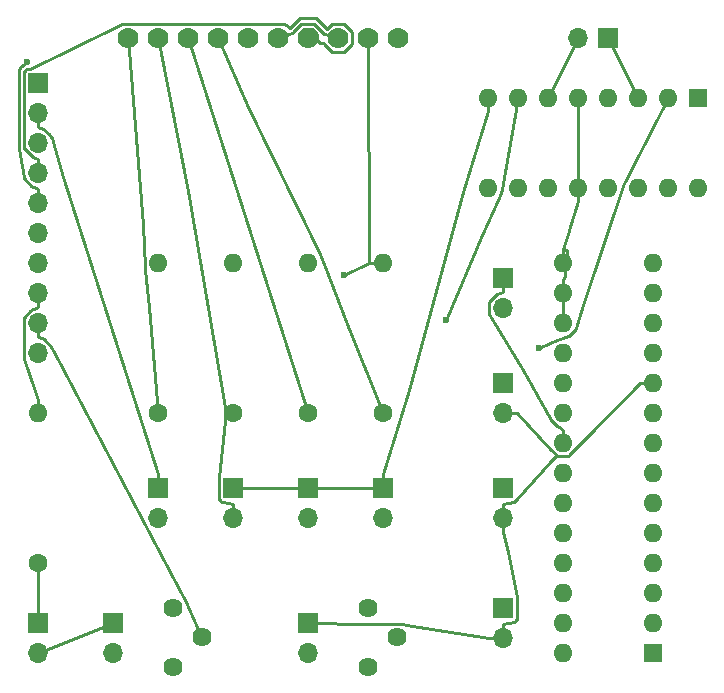
<source format=gbr>
G04 #@! TF.FileFunction,Copper,L1,Top,Signal*
%FSLAX46Y46*%
G04 Gerber Fmt 4.6, Leading zero omitted, Abs format (unit mm)*
G04 Created by KiCad (PCBNEW 4.0.6) date Fri Jul  7 17:37:52 2017*
%MOMM*%
%LPD*%
G01*
G04 APERTURE LIST*
%ADD10C,0.100000*%
%ADD11C,1.778000*%
%ADD12R,1.700000X1.700000*%
%ADD13O,1.700000X1.700000*%
%ADD14C,1.600000*%
%ADD15O,1.600000X1.600000*%
%ADD16C,1.620000*%
%ADD17R,1.600000X1.600000*%
%ADD18C,0.600000*%
%ADD19C,0.250000*%
G04 APERTURE END LIST*
D10*
D11*
X45720000Y-15240000D03*
X43180000Y-15240000D03*
X40640000Y-15240000D03*
X38100000Y-15240000D03*
X35560000Y-15240000D03*
X33020000Y-15240000D03*
X30480000Y-15240000D03*
X27940000Y-15240000D03*
X25400000Y-15240000D03*
X22860000Y-15240000D03*
D12*
X15240000Y-19050000D03*
D13*
X15240000Y-21590000D03*
X15240000Y-24130000D03*
X15240000Y-26670000D03*
X15240000Y-29210000D03*
X15240000Y-31750000D03*
X15240000Y-34290000D03*
X15240000Y-36830000D03*
X15240000Y-39370000D03*
X15240000Y-41910000D03*
D12*
X15240000Y-64770000D03*
D13*
X15240000Y-67310000D03*
D12*
X63500000Y-15240000D03*
D13*
X60960000Y-15240000D03*
D12*
X21590000Y-64770000D03*
D13*
X21590000Y-67310000D03*
D12*
X38100000Y-64770000D03*
D13*
X38100000Y-67310000D03*
D14*
X44450000Y-46990000D03*
D15*
X44450000Y-34290000D03*
D14*
X38100000Y-46990000D03*
D15*
X38100000Y-34290000D03*
D14*
X31750000Y-46990000D03*
D15*
X31750000Y-34290000D03*
D14*
X25400000Y-46990000D03*
D15*
X25400000Y-34290000D03*
D14*
X15240000Y-59690000D03*
D15*
X15240000Y-46990000D03*
D16*
X26670000Y-68500000D03*
X29170000Y-66000000D03*
X26670000Y-63500000D03*
X43180000Y-68500000D03*
X45680000Y-66000000D03*
X43180000Y-63500000D03*
D12*
X44450000Y-53340000D03*
D13*
X44450000Y-55880000D03*
D12*
X38100000Y-53340000D03*
D13*
X38100000Y-55880000D03*
D12*
X31750000Y-53340000D03*
D13*
X31750000Y-55880000D03*
D12*
X25400000Y-53340000D03*
D13*
X25400000Y-55880000D03*
D12*
X54610000Y-35560000D03*
D13*
X54610000Y-38100000D03*
D12*
X54610000Y-44450000D03*
D13*
X54610000Y-46990000D03*
D12*
X54610000Y-53340000D03*
D13*
X54610000Y-55880000D03*
D12*
X54610000Y-63500000D03*
D13*
X54610000Y-66040000D03*
D17*
X71120000Y-20320000D03*
D15*
X53340000Y-27940000D03*
X68580000Y-20320000D03*
X55880000Y-27940000D03*
X66040000Y-20320000D03*
X58420000Y-27940000D03*
X63500000Y-20320000D03*
X60960000Y-27940000D03*
X60960000Y-20320000D03*
X63500000Y-27940000D03*
X58420000Y-20320000D03*
X66040000Y-27940000D03*
X55880000Y-20320000D03*
X68580000Y-27940000D03*
X53340000Y-20320000D03*
X71120000Y-27940000D03*
D17*
X67310000Y-67310000D03*
D15*
X59690000Y-34290000D03*
X67310000Y-64770000D03*
X59690000Y-36830000D03*
X67310000Y-62230000D03*
X59690000Y-39370000D03*
X67310000Y-59690000D03*
X59690000Y-41910000D03*
X67310000Y-57150000D03*
X59690000Y-44450000D03*
X67310000Y-54610000D03*
X59690000Y-46990000D03*
X67310000Y-52070000D03*
X59690000Y-49530000D03*
X67310000Y-49530000D03*
X59690000Y-52070000D03*
X67310000Y-46990000D03*
X59690000Y-54610000D03*
X67310000Y-44450000D03*
X59690000Y-57150000D03*
X67310000Y-41910000D03*
X59690000Y-59690000D03*
X67310000Y-39370000D03*
X59690000Y-62230000D03*
X67310000Y-36830000D03*
X59690000Y-64770000D03*
X67310000Y-34290000D03*
X59690000Y-67310000D03*
D18*
X41187700Y-35318600D03*
X14321600Y-17241300D03*
X49792700Y-39108900D03*
X57650800Y-41503200D03*
D19*
X15240000Y-59690000D02*
X15240000Y-64770000D01*
X60960000Y-20320000D02*
X60960000Y-27940000D01*
X15240000Y-67310000D02*
X21590000Y-64770000D01*
X59690000Y-36830000D02*
X59690000Y-35704700D01*
X59690000Y-34290000D02*
X59690000Y-33164700D01*
X60960000Y-27940000D02*
X60960000Y-29065300D01*
X59836300Y-35416400D02*
X59690000Y-35704700D01*
X60066200Y-33195300D02*
X59836300Y-35416400D01*
X59723000Y-33079300D02*
X60066200Y-33195300D01*
X60235000Y-31565000D02*
X59723000Y-33079300D01*
X60241200Y-31534000D02*
X60235000Y-31565000D01*
X60960000Y-29065300D02*
X60241200Y-31534000D01*
X59723000Y-33079300D02*
X59690000Y-33164700D01*
X55561300Y-64667900D02*
X54610000Y-64864700D01*
X55596800Y-64655000D02*
X55561300Y-64667900D01*
X55624500Y-64641100D02*
X55596800Y-64655000D01*
X55663400Y-64609200D02*
X55624500Y-64641100D01*
X55736500Y-64534200D02*
X55663400Y-64609200D01*
X55758500Y-64501300D02*
X55736500Y-64534200D01*
X55776800Y-64457000D02*
X55758500Y-64501300D01*
X55785300Y-64414400D02*
X55776800Y-64457000D01*
X55785300Y-62574700D02*
X55785300Y-64414400D01*
X55024400Y-58752100D02*
X55785300Y-62574700D01*
X54610000Y-57055300D02*
X55024400Y-58752100D01*
X46430600Y-64915200D02*
X53434700Y-66040000D01*
X46135800Y-64874700D02*
X46430600Y-64915200D01*
X46085600Y-64864700D02*
X46135800Y-64874700D01*
X41731400Y-64864700D02*
X46085600Y-64864700D01*
X39275300Y-64770000D02*
X41731400Y-64864700D01*
X38100000Y-64770000D02*
X39275300Y-64770000D01*
X54610000Y-66040000D02*
X53434700Y-66040000D01*
X54610000Y-66040000D02*
X54610000Y-64864700D01*
X54610000Y-56467600D02*
X54610000Y-57055300D01*
X43264700Y-34305300D02*
X43264800Y-34305400D01*
X43180000Y-15240000D02*
X43264700Y-34305300D01*
X43264900Y-34305400D02*
X43264800Y-34305400D01*
X43321000Y-34294000D02*
X43264900Y-34305400D01*
X43324700Y-34290000D02*
X43321000Y-34294000D01*
X44450000Y-34290000D02*
X43324700Y-34290000D01*
X59690000Y-39370000D02*
X59690000Y-36830000D01*
X43264800Y-34305400D02*
X41187700Y-35318600D01*
X54610000Y-55880000D02*
X54610000Y-56467600D01*
X54610000Y-46990000D02*
X55785300Y-46990000D01*
X67310000Y-44450000D02*
X66184700Y-44450000D01*
X54610000Y-55880000D02*
X54610000Y-54704700D01*
X59174600Y-50605900D02*
X59145700Y-50582500D01*
X59217700Y-50634700D02*
X59174600Y-50605900D01*
X59248900Y-50647600D02*
X59217700Y-50634700D01*
X59287600Y-50655300D02*
X59248900Y-50647600D01*
X60090700Y-50655300D02*
X59287600Y-50655300D01*
X60123300Y-50649300D02*
X60090700Y-50655300D01*
X60159400Y-50635500D02*
X60123300Y-50649300D01*
X60189300Y-50617300D02*
X60159400Y-50635500D01*
X60216500Y-50597000D02*
X60189300Y-50617300D01*
X61844900Y-48981200D02*
X60216500Y-50597000D01*
X66184700Y-44450000D02*
X61844900Y-48981200D01*
X56698500Y-48012400D02*
X55785300Y-46990000D01*
X58658400Y-50092400D02*
X56698500Y-48012400D01*
X59145600Y-50582400D02*
X58658400Y-50092400D01*
X59145700Y-50582500D02*
X59145600Y-50582400D01*
X58716400Y-51082600D02*
X59145700Y-50582500D01*
X55704600Y-54408700D02*
X58716400Y-51082600D01*
X55647300Y-54462500D02*
X55704600Y-54408700D01*
X55616500Y-54485700D02*
X55647300Y-54462500D01*
X55575400Y-54504600D02*
X55616500Y-54485700D01*
X55012200Y-54627900D02*
X55575400Y-54504600D01*
X54610000Y-54704700D02*
X55012200Y-54627900D01*
X53340000Y-20320000D02*
X53340000Y-21445300D01*
X15710900Y-22963800D02*
X15240000Y-22765300D01*
X15760700Y-22993100D02*
X15710900Y-22963800D01*
X15794300Y-23018900D02*
X15760700Y-22993100D01*
X16188000Y-23407100D02*
X15794300Y-23018900D01*
X16369400Y-23597500D02*
X16188000Y-23407100D01*
X16388400Y-23628800D02*
X16369400Y-23597500D01*
X16400300Y-23653600D02*
X16388400Y-23628800D01*
X16520500Y-24022300D02*
X16400300Y-23653600D01*
X17349600Y-27007200D02*
X16520500Y-24022300D01*
X25400000Y-52164700D02*
X17349600Y-27007200D01*
X46687300Y-45030100D02*
X44450000Y-52164700D01*
X51197900Y-28276400D02*
X46687300Y-45030100D01*
X53340000Y-21445300D02*
X51197900Y-28276400D01*
X44450000Y-53340000D02*
X44450000Y-52164700D01*
X38100000Y-53340000D02*
X44450000Y-53340000D01*
X38100000Y-53340000D02*
X31750000Y-53340000D01*
X25400000Y-53340000D02*
X25400000Y-52164700D01*
X15240000Y-21590000D02*
X15240000Y-22765300D01*
X15240000Y-26670000D02*
X15240000Y-25494700D01*
X14997700Y-25396000D02*
X15240000Y-25494700D01*
X14782200Y-25300600D02*
X14997700Y-25396000D01*
X14726400Y-25271900D02*
X14782200Y-25300600D01*
X14701400Y-25253600D02*
X14726400Y-25271900D01*
X14111800Y-24664000D02*
X14701400Y-25253600D01*
X14089000Y-24629800D02*
X14111800Y-24664000D01*
X14070800Y-24586100D02*
X14089000Y-24629800D01*
X14064700Y-24555200D02*
X14070800Y-24586100D01*
X14064700Y-18135100D02*
X14064700Y-24555200D01*
X14073200Y-18092600D02*
X14064700Y-18135100D01*
X14092100Y-18046800D02*
X14073200Y-18092600D01*
X14110300Y-18019600D02*
X14092100Y-18046800D01*
X14211100Y-17918800D02*
X14110300Y-18019600D01*
X14243100Y-17897400D02*
X14211100Y-17918800D01*
X14256700Y-17891800D02*
X14243100Y-17897400D01*
X14313000Y-17874700D02*
X14256700Y-17891800D01*
X14370200Y-17874700D02*
X14313000Y-17874700D01*
X14520000Y-17865900D02*
X14370200Y-17874700D01*
X14564500Y-17855500D02*
X14520000Y-17865900D01*
X22157700Y-14147900D02*
X14564500Y-17855500D01*
X22350600Y-14046900D02*
X22157700Y-14147900D01*
X22393900Y-14031500D02*
X22350600Y-14046900D01*
X22427900Y-14025700D02*
X22393900Y-14031500D01*
X35999900Y-14025700D02*
X22427900Y-14025700D01*
X36029500Y-14031600D02*
X35999900Y-14025700D01*
X36077500Y-14051500D02*
X36029500Y-14031600D01*
X36207500Y-14132800D02*
X36077500Y-14051500D01*
X36614700Y-14371100D02*
X36207500Y-14132800D01*
X36699100Y-14286700D02*
X36614700Y-14371100D01*
X37410400Y-13575400D02*
X36699100Y-14286700D01*
X37783600Y-13575400D02*
X37410400Y-13575400D01*
X38789700Y-13575400D02*
X37783600Y-13575400D01*
X39053400Y-13839100D02*
X38789700Y-13575400D01*
X39688500Y-14474200D02*
X39053400Y-13839100D01*
X40137000Y-14025700D02*
X39688500Y-14474200D01*
X41143100Y-14025700D02*
X40137000Y-14025700D01*
X41854300Y-14736900D02*
X41143100Y-14025700D01*
X41854300Y-15743100D02*
X41854300Y-14736900D01*
X41143100Y-16454300D02*
X41854300Y-15743100D01*
X40137000Y-16454300D02*
X41143100Y-16454300D01*
X39425700Y-15743000D02*
X40137000Y-16454300D01*
X39425700Y-15690300D02*
X39425700Y-15743000D01*
X39127700Y-15690300D02*
X39425700Y-15690300D01*
X38864000Y-15426600D02*
X39127700Y-15690300D01*
X38864000Y-14923500D02*
X38864000Y-15426600D01*
X38416500Y-14476000D02*
X38864000Y-14923500D01*
X37783600Y-14476000D02*
X38416500Y-14476000D01*
X37418400Y-14841200D02*
X37783600Y-14476000D01*
X38100000Y-15240000D02*
X37418400Y-14841200D01*
X13966600Y-17530500D02*
X14321600Y-17241300D01*
X13936300Y-17556800D02*
X13966600Y-17530500D01*
X13878200Y-17614900D02*
X13936300Y-17556800D01*
X13878100Y-17614900D02*
X13878200Y-17614900D01*
X13754300Y-17738700D02*
X13878100Y-17614900D01*
X13684700Y-17842800D02*
X13754300Y-17738700D01*
X13654300Y-17916200D02*
X13684700Y-17842800D01*
X13638800Y-17967300D02*
X13654300Y-17916200D01*
X13614400Y-18090000D02*
X13638800Y-17967300D01*
X13614400Y-24592600D02*
X13614400Y-18090000D01*
X13619500Y-24644200D02*
X13614400Y-24592600D01*
X13869500Y-26084400D02*
X13619500Y-24644200D01*
X14060300Y-27043100D02*
X13869500Y-26084400D01*
X14064600Y-27086600D02*
X14060300Y-27043100D01*
X14073100Y-27129100D02*
X14064600Y-27086600D01*
X14092400Y-27175600D02*
X14073100Y-27129100D01*
X14110800Y-27203400D02*
X14092400Y-27175600D01*
X14683100Y-27779000D02*
X14110800Y-27203400D01*
X14721900Y-27808900D02*
X14683100Y-27779000D01*
X14752700Y-27826800D02*
X14721900Y-27808900D01*
X14883800Y-27886500D02*
X14752700Y-27826800D01*
X15240000Y-28034700D02*
X14883800Y-27886500D01*
X15240000Y-29210000D02*
X15240000Y-28034700D01*
X40081300Y-15085200D02*
X40640000Y-15240000D01*
X39547500Y-14923200D02*
X40081300Y-15085200D01*
X39480800Y-14895600D02*
X39547500Y-14923200D01*
X39457200Y-14879800D02*
X39480800Y-14895600D01*
X38646100Y-14068700D02*
X39457200Y-14879800D01*
X38620200Y-14051400D02*
X38646100Y-14068700D01*
X38577200Y-14033600D02*
X38620200Y-14051400D01*
X38537600Y-14025700D02*
X38577200Y-14033600D01*
X37660200Y-14025700D02*
X38537600Y-14025700D01*
X37629200Y-14031900D02*
X37660200Y-14025700D01*
X37583800Y-14050700D02*
X37629200Y-14031900D01*
X37548300Y-14074400D02*
X37583800Y-14050700D01*
X36854200Y-14768500D02*
X37548300Y-14074400D01*
X36829900Y-14786500D02*
X36854200Y-14768500D01*
X36790500Y-14807600D02*
X36829900Y-14786500D01*
X35845000Y-15145800D02*
X36790500Y-14807600D01*
X35560000Y-15240000D02*
X35845000Y-15145800D01*
X54510300Y-28021100D02*
X55880000Y-20320000D01*
X54465000Y-28338700D02*
X54510300Y-28021100D01*
X54454600Y-28386600D02*
X54465000Y-28338700D01*
X54195000Y-28993400D02*
X54454600Y-28386600D01*
X52841000Y-31936300D02*
X54195000Y-28993400D01*
X49792700Y-39108900D02*
X52841000Y-31936300D01*
X14873200Y-38158500D02*
X15240000Y-38005300D01*
X14734000Y-38222100D02*
X14873200Y-38158500D01*
X14699800Y-38248700D02*
X14734000Y-38222100D01*
X14699600Y-38248900D02*
X14699800Y-38248700D01*
X14579400Y-38362700D02*
X14699600Y-38248900D01*
X14107300Y-38840400D02*
X14579400Y-38362700D01*
X14080500Y-38890500D02*
X14107300Y-38840400D01*
X14072800Y-38909200D02*
X14080500Y-38890500D01*
X14064700Y-38949800D02*
X14072800Y-38909200D01*
X14064700Y-42334200D02*
X14064700Y-38949800D01*
X14087900Y-42417900D02*
X14064700Y-42334200D01*
X14874500Y-44867700D02*
X14087900Y-42417900D01*
X15240000Y-45864700D02*
X14874500Y-44867700D01*
X15240000Y-46990000D02*
X15240000Y-45864700D01*
X15240000Y-36830000D02*
X15240000Y-38005300D01*
X58589200Y-41074000D02*
X57650800Y-41503200D01*
X59224800Y-40803900D02*
X58589200Y-41074000D01*
X59736000Y-40618100D02*
X59224800Y-40803900D01*
X60122200Y-40489300D02*
X59736000Y-40618100D01*
X60170300Y-40469400D02*
X60122200Y-40489300D01*
X60206000Y-40445500D02*
X60170300Y-40469400D01*
X60769200Y-39882300D02*
X60206000Y-40445500D01*
X60787100Y-39855600D02*
X60769200Y-39882300D01*
X60806500Y-39808700D02*
X60787100Y-39855600D01*
X61401300Y-37850200D02*
X60806500Y-39808700D01*
X64900400Y-27564700D02*
X61401300Y-37850200D01*
X64933200Y-27477000D02*
X64900400Y-27564700D01*
X65530300Y-26231000D02*
X64933200Y-27477000D01*
X68580000Y-20320000D02*
X65530300Y-26231000D01*
X15574800Y-40684700D02*
X15240000Y-40545300D01*
X15729900Y-40755200D02*
X15574800Y-40684700D01*
X15766900Y-40776700D02*
X15729900Y-40755200D01*
X15833900Y-40835800D02*
X15766900Y-40776700D01*
X16367800Y-41372400D02*
X15833900Y-40835800D01*
X16609600Y-41794500D02*
X16367800Y-41372400D01*
X25636000Y-59050400D02*
X16609600Y-41794500D01*
X27790500Y-63035300D02*
X25636000Y-59050400D01*
X28068500Y-63616600D02*
X27790500Y-63035300D01*
X28746700Y-65128100D02*
X28068500Y-63616600D01*
X29170000Y-66000000D02*
X28746700Y-65128100D01*
X15240000Y-39370000D02*
X15240000Y-40545300D01*
X66040000Y-20320000D02*
X63500000Y-15240000D01*
X58420000Y-20320000D02*
X60960000Y-15240000D01*
X33038800Y-21055400D02*
X30480000Y-15240000D01*
X39091100Y-33570600D02*
X33038800Y-21055400D01*
X39208700Y-33830500D02*
X39091100Y-33570600D01*
X39429200Y-34361000D02*
X39208700Y-33830500D01*
X41375500Y-39486300D02*
X39429200Y-34361000D01*
X44450000Y-46990000D02*
X41375500Y-39486300D01*
X38100000Y-46990000D02*
X27940000Y-15240000D01*
X31750000Y-55880000D02*
X31750000Y-54704700D01*
X31132900Y-47033000D02*
X31750000Y-46990000D01*
X31132900Y-47032900D02*
X31132900Y-47033000D01*
X31132600Y-47030300D02*
X31132900Y-47032900D01*
X27985900Y-28169300D02*
X31132600Y-47030300D01*
X25400000Y-15240000D02*
X27985900Y-28169300D01*
X30902500Y-54531600D02*
X31750000Y-54704700D01*
X30770200Y-54500700D02*
X30902500Y-54531600D01*
X30739100Y-54485300D02*
X30770200Y-54500700D01*
X30697800Y-54451200D02*
X30739100Y-54485300D01*
X30622500Y-54373000D02*
X30697800Y-54451200D01*
X30601900Y-54342100D02*
X30622500Y-54373000D01*
X30583200Y-54297000D02*
X30601900Y-54342100D01*
X30574700Y-54254400D02*
X30583200Y-54297000D01*
X30574700Y-52438100D02*
X30574700Y-54254400D01*
X30574900Y-52435900D02*
X30574700Y-52438100D01*
X31091700Y-47681600D02*
X30574900Y-52435900D01*
X31132900Y-47034500D02*
X31091700Y-47681600D01*
X31132900Y-47033300D02*
X31132900Y-47034500D01*
X31132900Y-47033000D02*
X31132900Y-47033300D01*
X24127700Y-31086000D02*
X22860000Y-15240000D01*
X24270600Y-34652800D02*
X24127700Y-31086000D01*
X24287200Y-34855300D02*
X24270600Y-34652800D01*
X24684100Y-38041700D02*
X24287200Y-34855300D01*
X25400000Y-46990000D02*
X24684100Y-38041700D01*
X54128900Y-36939100D02*
X54610000Y-36735300D01*
X54088900Y-36962700D02*
X54128900Y-36939100D01*
X54056700Y-36987700D02*
X54088900Y-36962700D01*
X53494800Y-37550800D02*
X54056700Y-36987700D01*
X53467600Y-37586100D02*
X53494800Y-37550800D01*
X53456100Y-37605500D02*
X53467600Y-37586100D01*
X53442100Y-37639300D02*
X53456100Y-37605500D01*
X53434700Y-37676700D02*
X53442100Y-37639300D01*
X53434700Y-38525200D02*
X53434700Y-37676700D01*
X53440000Y-38551900D02*
X53434700Y-38525200D01*
X53461100Y-38602900D02*
X53440000Y-38551900D01*
X56284800Y-43318200D02*
X53461100Y-38602900D01*
X58218800Y-46846300D02*
X56284800Y-43318200D01*
X58585200Y-47464700D02*
X58218800Y-46846300D01*
X58623400Y-47516500D02*
X58585200Y-47464700D01*
X58930600Y-47834000D02*
X58623400Y-47516500D01*
X59100000Y-47997700D02*
X58930600Y-47834000D01*
X59186900Y-48076300D02*
X59100000Y-47997700D01*
X59340000Y-48181400D02*
X59186900Y-48076300D01*
X59690000Y-48404700D02*
X59340000Y-48181400D01*
X59690000Y-49530000D02*
X59690000Y-48404700D01*
X54610000Y-35560000D02*
X54610000Y-36735300D01*
M02*

</source>
